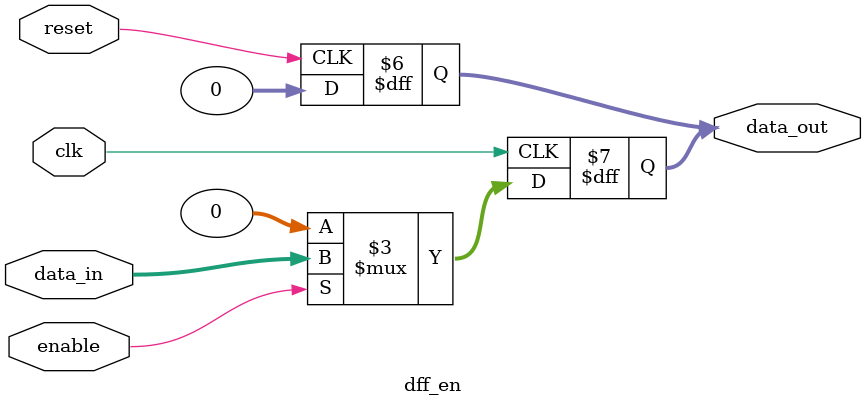
<source format=v>
`timescale 1ns/1ps
module dff_en(
    input enable,
	input reset,
    input clk,
    input [31 : 0] data_in,
    output reg [31: 0] data_out
);
	initial begin
		data_out <= 32'd0;
	end
    always @(posedge clk) begin
        data_out <= enable == 1'b1 ? data_in : 32'd0;
    end
	always @(posedge reset) begin
		data_out <= 32'd0;
	end

endmodule

</source>
